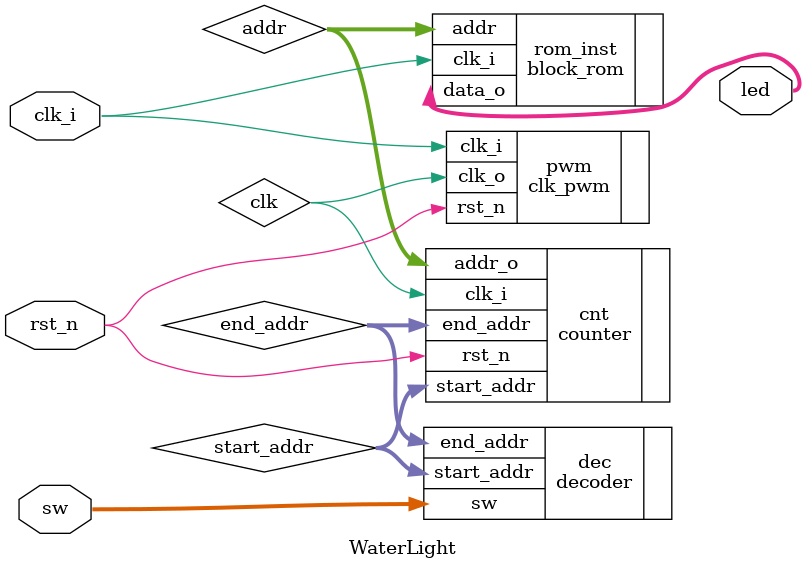
<source format=v>
module WaterLight(
  input clk_i,
  input rst_n,
  input [1:0] sw,
  output [3:0] led
);

wire clk;
wire [4:0] start_addr, end_addr, addr;

clk_pwm pwm (
   .clk_i       (clk_i)
  ,.rst_n       (rst_n)
  ,.clk_o       (clk)
);

decoder dec (
   .sw          (sw)
  ,.start_addr  (start_addr)
  ,.end_addr    (end_addr)
);

counter cnt (
   .clk_i       (clk)
  ,.rst_n       (rst_n)
  ,.start_addr  (start_addr)
  ,.end_addr    (end_addr)
  ,.addr_o      (addr)
);

block_rom # (
   .ADDR_WIDTH  (5)
  ,.DATA_WIDTH  (4)
) rom_inst (
   .clk_i       (clk_i)
  ,.addr        (addr)
  ,.data_o      (led)
);

endmodule
</source>
